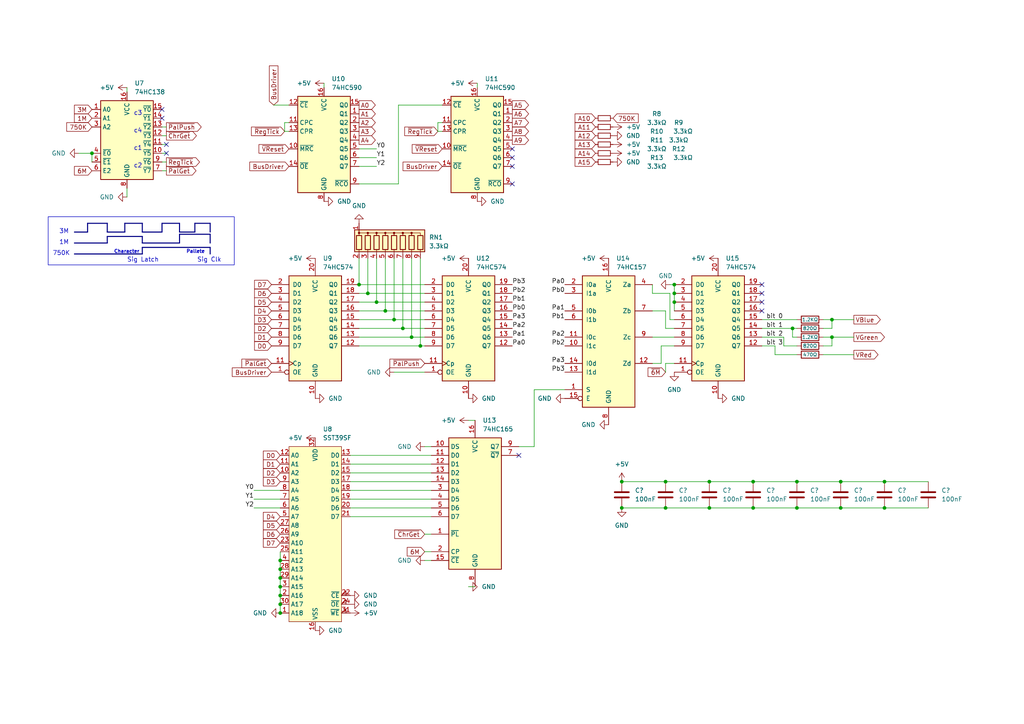
<source format=kicad_sch>
(kicad_sch (version 20231120) (generator "eeschema") (generator_version "8.0")
  (paper "A4")
  (title_block (title "Video"))
  (lib_symbols
    (symbol "74xx:74HC138"
      (property "Reference" "U" (at -7.62 13.97 0))
      (property "Value" "74HC138" (at 2.54 -11.43 0))
      (symbol "74HC138_0_1"
        (rectangle (start -7.62 12.7) (end 7.62 -10.16) (stroke (width 0.254)) (fill (type background)))
      )
      (symbol "74HC138_1_1"
        (pin input line (at -10.16 10.16 0) (length 2.54) (name "A0") (number "1"))
        (pin output line (at 10.16 -2.54 180) (length 2.54) (name "~{Y5}") (number "10"))
        (pin output line (at 10.16 0 180) (length 2.54) (name "~{Y4}") (number "11"))
        (pin output line (at 10.16 2.54 180) (length 2.54) (name "~{Y3}") (number "12"))
        (pin output line (at 10.16 5.08 180) (length 2.54) (name "~{Y2}") (number "13"))
        (pin output line (at 10.16 7.62 180) (length 2.54) (name "~{Y1}") (number "14"))
        (pin output line (at 10.16 10.16 180) (length 2.54) (name "~{Y0}") (number "15"))
        (pin power_in line (at 0 15.24 270) (length 2.54) (name "VCC") (number "16"))
        (pin input line (at -10.16 7.62 0) (length 2.54) (name "A1") (number "2"))
        (pin input line (at -10.16 5.08 0) (length 2.54) (name "A2") (number "3"))
        (pin input line (at -10.16 -2.54 0) (length 2.54) (name "~{E0}") (number "4"))
        (pin input line (at -10.16 -5.08 0) (length 2.54) (name "~{E1}") (number "5"))
        (pin input line (at -10.16 -7.62 0) (length 2.54) (name "E2") (number "6"))
        (pin output line (at 10.16 -7.62 180) (length 2.54) (name "~{Y7}") (number "7"))
        (pin power_in line (at 0 -12.7 90) (length 2.54) (name "GND") (number "8"))
        (pin output line (at 10.16 -5.08 180) (length 2.54) (name "~{Y6}") (number "9"))
      )
    )
    (symbol "74xx:74HC165"
      (property "Reference" "U" (at -7.62 19.05 0))
      (property "Value" "74HC165" (at -7.62 -21.59 0))
      (symbol "74HC165_1_0"
        (pin input line (at -12.7 -10.16 0) (length 5.08) (name "~{PL}") (number "1"))
        (pin input line (at -12.7 15.24 0) (length 5.08) (name "DS") (number "10"))
        (pin input line (at -12.7 12.7 0) (length 5.08) (name "D0") (number "11"))
        (pin input line (at -12.7 10.16 0) (length 5.08) (name "D1") (number "12"))
        (pin input line (at -12.7 7.62 0) (length 5.08) (name "D2") (number "13"))
        (pin input line (at -12.7 5.08 0) (length 5.08) (name "D3") (number "14"))
        (pin input line (at -12.7 -17.78 0) (length 5.08) (name "~{CE}") (number "15"))
        (pin power_in line (at 0 22.86 270) (length 5.08) (name "VCC") (number "16"))
        (pin input line (at -12.7 -15.24 0) (length 5.08) (name "CP") (number "2"))
        (pin input line (at -12.7 2.54 0) (length 5.08) (name "D4") (number "3"))
        (pin input line (at -12.7 0 0) (length 5.08) (name "D5") (number "4"))
        (pin input line (at -12.7 -2.54 0) (length 5.08) (name "D6") (number "5"))
        (pin input line (at -12.7 -5.08 0) (length 5.08) (name "D7") (number "6"))
        (pin output line (at 12.7 12.7 180) (length 5.08) (name "~{Q7}") (number "7"))
        (pin power_in line (at 0 -25.4 90) (length 5.08) (name "GND") (number "8"))
        (pin output line (at 12.7 15.24 180) (length 5.08) (name "Q7") (number "9"))
      )
      (symbol "74HC165_1_1"
        (rectangle (start -7.62 17.78) (end 7.62 -20.32) (stroke (width 0.254)) (fill (type background)))
      )
    )
    (symbol "74xx:74HC590A"
      (property "Reference" "U" (at -7.62 16.51 0))
      (property "Value" "74HC590A" (at -7.62 -13.97 0))
      (symbol "74HC590A_1_0"
        (pin tri_state line (at 10.16 10.16 180) (length 2.54) (name "Q1") (number "1"))
        (pin input line (at -10.16 0 0) (length 2.54) (name "~{MRC}") (number "10"))
        (pin input line (at -10.16 7.62 0) (length 2.54) (name "CPC") (number "11"))
        (pin input line (at -10.16 12.7 0) (length 2.54) (name "~{CE}") (number "12"))
        (pin input line (at -10.16 5.08 0) (length 2.54) (name "CPR") (number "13"))
        (pin input line (at -10.16 -5.08 0) (length 2.54) (name "~{OE}") (number "14"))
        (pin tri_state line (at 10.16 12.7 180) (length 2.54) (name "Q0") (number "15"))
        (pin power_in line (at 0 17.78 270) (length 2.54) (name "VCC") (number "16"))
        (pin tri_state line (at 10.16 7.62 180) (length 2.54) (name "Q2") (number "2"))
        (pin tri_state line (at 10.16 5.08 180) (length 2.54) (name "Q3") (number "3"))
        (pin tri_state line (at 10.16 2.54 180) (length 2.54) (name "Q4") (number "4"))
        (pin tri_state line (at 10.16 0 180) (length 2.54) (name "Q5") (number "5"))
        (pin tri_state line (at 10.16 -2.54 180) (length 2.54) (name "Q6") (number "6"))
        (pin tri_state line (at 10.16 -5.08 180) (length 2.54) (name "Q7") (number "7"))
        (pin power_in line (at 0 -15.24 90) (length 2.54) (name "GND") (number "8"))
        (pin output line (at 10.16 -10.16 180) (length 2.54) (name "~{RCO}") (number "9"))
      )
      (symbol "74HC590A_1_1"
        (rectangle (start -7.62 15.24) (end 7.62 -12.7) (stroke (width 0.254)) (fill (type background)))
      )
    )
    (symbol "74xx:74HCT574" (pin_names (offset 1.016))
      (property "Reference" "U" (at -7.62 16.51 0))
      (property "Value" "74HCT574" (at -7.62 -16.51 0))
      (symbol "74HCT574_1_0"
        (pin input inverted (at -12.7 -12.7 0) (length 5.08) (name "OE") (number "1"))
        (pin power_in line (at 0 -20.32 90) (length 5.08) (name "GND") (number "10"))
        (pin input clock (at -12.7 -10.16 0) (length 5.08) (name "Cp") (number "11"))
        (pin tri_state line (at 12.7 -5.08 180) (length 5.08) (name "Q7") (number "12"))
        (pin tri_state line (at 12.7 -2.54 180) (length 5.08) (name "Q6") (number "13"))
        (pin tri_state line (at 12.7 0 180) (length 5.08) (name "Q5") (number "14"))
        (pin tri_state line (at 12.7 2.54 180) (length 5.08) (name "Q4") (number "15"))
        (pin tri_state line (at 12.7 5.08 180) (length 5.08) (name "Q3") (number "16"))
        (pin tri_state line (at 12.7 7.62 180) (length 5.08) (name "Q2") (number "17"))
        (pin tri_state line (at 12.7 10.16 180) (length 5.08) (name "Q1") (number "18"))
        (pin tri_state line (at 12.7 12.7 180) (length 5.08) (name "Q0") (number "19"))
        (pin input line (at -12.7 12.7 0) (length 5.08) (name "D0") (number "2"))
        (pin power_in line (at 0 20.32 270) (length 5.08) (name "VCC") (number "20"))
        (pin input line (at -12.7 10.16 0) (length 5.08) (name "D1") (number "3"))
        (pin input line (at -12.7 7.62 0) (length 5.08) (name "D2") (number "4"))
        (pin input line (at -12.7 5.08 0) (length 5.08) (name "D3") (number "5"))
        (pin input line (at -12.7 2.54 0) (length 5.08) (name "D4") (number "6"))
        (pin input line (at -12.7 0 0) (length 5.08) (name "D5") (number "7"))
        (pin input line (at -12.7 -2.54 0) (length 5.08) (name "D6") (number "8"))
        (pin input line (at -12.7 -5.08 0) (length 5.08) (name "D7") (number "9"))
      )
      (symbol "74HCT574_1_1"
        (rectangle (start -7.62 15.24) (end 7.62 -15.24) (stroke (width 0.254)) (fill (type background)))
      )
    )
    (symbol "74xx:74LS157" (pin_names (offset 1.016))
      (property "Reference" "U" (at -7.62 19.05 0))
      (property "Value" "74LS157" (at -7.62 -21.59 0))
      (symbol "74LS157_1_0"
        (pin input line (at -12.7 -15.24 0) (length 5.08) (name "S") (number "1"))
        (pin input line (at -12.7 -2.54 0) (length 5.08) (name "I1c") (number "10"))
        (pin input line (at -12.7 0 0) (length 5.08) (name "I0c") (number "11"))
        (pin output line (at 12.7 -7.62 180) (length 5.08) (name "Zd") (number "12"))
        (pin input line (at -12.7 -10.16 0) (length 5.08) (name "I1d") (number "13"))
        (pin input line (at -12.7 -7.62 0) (length 5.08) (name "I0d") (number "14"))
        (pin input inverted (at -12.7 -17.78 0) (length 5.08) (name "E") (number "15"))
        (pin power_in line (at 0 22.86 270) (length 5.08) (name "VCC") (number "16"))
        (pin input line (at -12.7 15.24 0) (length 5.08) (name "I0a") (number "2"))
        (pin input line (at -12.7 12.7 0) (length 5.08) (name "I1a") (number "3"))
        (pin output line (at 12.7 15.24 180) (length 5.08) (name "Za") (number "4"))
        (pin input line (at -12.7 7.62 0) (length 5.08) (name "I0b") (number "5"))
        (pin input line (at -12.7 5.08 0) (length 5.08) (name "I1b") (number "6"))
        (pin output line (at 12.7 7.62 180) (length 5.08) (name "Zb") (number "7"))
        (pin power_in line (at 0 -25.4 90) (length 5.08) (name "GND") (number "8"))
        (pin output line (at 12.7 0 180) (length 5.08) (name "Zc") (number "9"))
      )
      (symbol "74LS157_1_1"
        (rectangle (start -7.62 17.78) (end 7.62 -20.32) (stroke (width 0.254)) (fill (type background)))
      )
    )
    (symbol "Device:C" (pin_numbers hide) (pin_names (offset 0.254))
      (property "Reference" "C" (at 0.635 2.54 0))
      (property "Value" "C" (at 0.635 -2.54 0))
      (symbol "C_0_1"
        (polyline (pts (xy -2.032 -0.762) (xy 2.032 -0.762)) (stroke (width 0.508)))
        (polyline (pts (xy -2.032 0.762) (xy 2.032 0.762)) (stroke (width 0.508)))
      )
      (symbol "C_1_1"
        (pin passive line (at 0 3.81 270) (length 2.794) (name "~") (number "1"))
        (pin passive line (at 0 -3.81 90) (length 2.794) (name "~") (number "2"))
      )
    )
    (symbol "Device:R" (pin_numbers hide) (pin_names (offset 0))
      (property "Reference" "R" (at 2.032 0 90))
      (property "Value" "R" (at 0 0 90))
      (symbol "R_0_1"
        (rectangle (start -1.016 -2.54) (end 1.016 2.54) (stroke (width 0.254)))
      )
      (symbol "R_1_1"
        (pin passive line (at 0 3.81 270) (length 1.27) (name "~") (number "1"))
        (pin passive line (at 0 -3.81 90) (length 1.27) (name "~") (number "2"))
      )
    )
    (symbol "Device:R_Network08" (pin_names (offset 0) hide)
      (property "Reference" "RN" (at -12.7 0 90))
      (property "Value" "R_Network08" (at 10.16 0 90))
      (symbol "R_Network08_0_1"
        (rectangle (start -11.43 -3.175) (end 8.89 3.175) (stroke (width 0.254)) (fill (type background)))
        (rectangle (start -10.922 1.524) (end -9.398 -2.54) (stroke (width 0.254)))
        (circle (center -10.16 2.286) (radius 0.254) (fill (type outline)))
        (rectangle (start -8.382 1.524) (end -6.858 -2.54) (stroke (width 0.254)))
        (circle (center -7.62 2.286) (radius 0.254) (fill (type outline)))
        (rectangle (start -5.842 1.524) (end -4.318 -2.54) (stroke (width 0.254)))
        (circle (center -5.08 2.286) (radius 0.254) (fill (type outline)))
        (rectangle (start -3.302 1.524) (end -1.778 -2.54) (stroke (width 0.254)))
        (circle (center -2.54 2.286) (radius 0.254) (fill (type outline)))
        (rectangle (start -0.762 1.524) (end 0.762 -2.54) (stroke (width 0.254)))
        (polyline (pts (xy -10.16 -2.54) (xy -10.16 -3.81)))
        (polyline (pts (xy -7.62 -2.54) (xy -7.62 -3.81)))
        (polyline (pts (xy -5.08 -2.54) (xy -5.08 -3.81)))
        (polyline (pts (xy -2.54 -2.54) (xy -2.54 -3.81)))
        (polyline (pts (xy 0 -2.54) (xy 0 -3.81)))
        (polyline (pts (xy 2.54 -2.54) (xy 2.54 -3.81)))
        (polyline (pts (xy 5.08 -2.54) (xy 5.08 -3.81)))
        (polyline (pts (xy 7.62 -2.54) (xy 7.62 -3.81)))
        (polyline (pts (xy -10.16 1.524) (xy -10.16 2.286) (xy -7.62 2.286) (xy -7.62 1.524)))
        (polyline (pts (xy -7.62 1.524) (xy -7.62 2.286) (xy -5.08 2.286) (xy -5.08 1.524)))
        (polyline (pts (xy -5.08 1.524) (xy -5.08 2.286) (xy -2.54 2.286) (xy -2.54 1.524)))
        (polyline (pts (xy -2.54 1.524) (xy -2.54 2.286) (xy 0 2.286) (xy 0 1.524)))
        (polyline (pts (xy 0 1.524) (xy 0 2.286) (xy 2.54 2.286) (xy 2.54 1.524)))
        (polyline (pts (xy 2.54 1.524) (xy 2.54 2.286) (xy 5.08 2.286) (xy 5.08 1.524)))
        (polyline (pts (xy 5.08 1.524) (xy 5.08 2.286) (xy 7.62 2.286) (xy 7.62 1.524)))
        (circle (center 0 2.286) (radius 0.254) (fill (type outline)))
        (rectangle (start 1.778 1.524) (end 3.302 -2.54) (stroke (width 0.254)))
        (circle (center 2.54 2.286) (radius 0.254) (fill (type outline)))
        (rectangle (start 4.318 1.524) (end 5.842 -2.54) (stroke (width 0.254)))
        (circle (center 5.08 2.286) (radius 0.254) (fill (type outline)))
        (rectangle (start 6.858 1.524) (end 8.382 -2.54) (stroke (width 0.254)))
      )
      (symbol "R_Network08_1_1"
        (pin passive line (at -10.16 5.08 270) (length 2.54) (name "common") (number "1"))
        (pin passive line (at -10.16 -5.08 90) (length 1.27) (name "R1") (number "2"))
        (pin passive line (at -7.62 -5.08 90) (length 1.27) (name "R2") (number "3"))
        (pin passive line (at -5.08 -5.08 90) (length 1.27) (name "R3") (number "4"))
        (pin passive line (at -2.54 -5.08 90) (length 1.27) (name "R4") (number "5"))
        (pin passive line (at 0 -5.08 90) (length 1.27) (name "R5") (number "6"))
        (pin passive line (at 2.54 -5.08 90) (length 1.27) (name "R6") (number "7"))
        (pin passive line (at 5.08 -5.08 90) (length 1.27) (name "R7") (number "8"))
        (pin passive line (at 7.62 -5.08 90) (length 1.27) (name "R8") (number "9"))
      )
    )
    (symbol "Device:R_Small" (pin_numbers hide) (pin_names (offset 0.254) hide)
      (property "Reference" "R" (at 0.762 0.508 0))
      (property "Value" "R_Small" (at 0.762 -1.016 0))
      (symbol "R_Small_0_1"
        (rectangle (start -0.762 1.778) (end 0.762 -1.778) (stroke (width 0.2032)))
      )
      (symbol "R_Small_1_1"
        (pin passive line (at 0 2.54 270) (length 0.762) (name "~") (number "1"))
        (pin passive line (at 0 -2.54 90) (length 0.762) (name "~") (number "2"))
      )
    )
    (symbol "Memory_Lib:SST39SF040"
      (property "Reference" "U" (at 11.43 54.61 0))
      (property "Value" "SST39SF040" (at 19.05 52.07 0))
      (symbol "SST39SF040_1_1"
        (rectangle (start 0 50.8) (end 15.24 0) (fill (type background)))
        (pin input line (at -2.54 2.54 0) (length 2.54) (name "A18") (number "1"))
        (pin input line (at -2.54 43.18 0) (length 2.54) (name "A2") (number "10"))
        (pin input line (at -2.54 45.72 0) (length 2.54) (name "A1") (number "11"))
        (pin input line (at -2.54 48.26 0) (length 2.54) (name "A0") (number "12"))
        (pin bidirectional line (at 17.78 48.26 180) (length 2.54) (name "D0") (number "13"))
        (pin bidirectional line (at 17.78 45.72 180) (length 2.54) (name "D1") (number "14"))
        (pin bidirectional line (at 17.78 43.18 180) (length 2.54) (name "D2") (number "15"))
        (pin power_in line (at 7.62 -2.54 90) (length 2.54) (name "VSS") (number "16"))
        (pin bidirectional line (at 17.78 40.64 180) (length 2.54) (name "D3") (number "17"))
        (pin bidirectional line (at 17.78 38.1 180) (length 2.54) (name "D4") (number "18"))
        (pin bidirectional line (at 17.78 35.56 180) (length 2.54) (name "D5") (number "19"))
        (pin input line (at -2.54 7.62 0) (length 2.54) (name "A16") (number "2"))
        (pin bidirectional line (at 17.78 33.02 180) (length 2.54) (name "D6") (number "20"))
        (pin bidirectional line (at 17.78 30.48 180) (length 2.54) (name "D7") (number "21"))
        (pin input input_low (at 17.78 7.62 180) (length 2.54) (name "~{CE}") (number "22"))
        (pin input line (at -2.54 22.86 0) (length 2.54) (name "A10") (number "23"))
        (pin input input_low (at 17.78 5.08 180) (length 2.54) (name "~{OE}") (number "24"))
        (pin input line (at -2.54 20.32 0) (length 2.54) (name "A11") (number "25"))
        (pin input line (at -2.54 25.4 0) (length 2.54) (name "A9") (number "26"))
        (pin input line (at -2.54 27.94 0) (length 2.54) (name "A8") (number "27"))
        (pin input line (at -2.54 15.24 0) (length 2.54) (name "A13") (number "28"))
        (pin input line (at -2.54 12.7 0) (length 2.54) (name "A14") (number "29"))
        (pin input line (at -2.54 10.16 0) (length 2.54) (name "A15") (number "3"))
        (pin input line (at -2.54 5.08 0) (length 2.54) (name "A17") (number "30"))
        (pin input input_low (at 17.78 2.54 180) (length 2.54) (name "~{WE}") (number "31"))
        (pin power_in line (at 7.62 53.34 270) (length 2.54) (name "VDD") (number "32"))
        (pin input line (at -2.54 17.78 0) (length 2.54) (name "A12") (number "4"))
        (pin input line (at -2.54 30.48 0) (length 2.54) (name "A7") (number "5"))
        (pin input line (at -2.54 33.02 0) (length 2.54) (name "A6") (number "6"))
        (pin input line (at -2.54 35.56 0) (length 2.54) (name "A5") (number "7"))
        (pin input line (at -2.54 38.1 0) (length 2.54) (name "A4") (number "8"))
        (pin input line (at -2.54 40.64 0) (length 2.54) (name "A3") (number "9"))
      )
    )
    (symbol "power:+5V" (power) (pin_names (offset 0))
      (property "Value" "+5V" (at 0 3.556 0))
      (symbol "+5V_0_1"
        (polyline (pts (xy -0.762 1.27) (xy 0 2.54)))
        (polyline (pts (xy 0 0) (xy 0 2.54)))
        (polyline (pts (xy 0 2.54) (xy 0.762 1.27)))
      )
      (symbol "+5V_1_1"
        (pin power_in line (at 0 0 90) (length 0) hide (name "+5V") (number "1"))
      )
    )
    (symbol "power:GND" (power) (pin_names (offset 0))
      (property "Value" "GND" (at 0 -3.81 0))
      (symbol "GND_0_1"
        (polyline (pts (xy 0 0) (xy 0 -1.27) (xy 1.27 -1.27) (xy 0 -2.54) (xy -1.27 -1.27) (xy 0 -1.27)))
      )
      (symbol "GND_1_1"
        (pin power_in line (at 0 0 270) (length 0) hide (name "GND") (number "1"))
      )
    )
  )
  (junction (at 81.28 177.8))
  (junction (at 195.58 82.55))
  (junction (at 243.84 147.32))
  (junction (at 104.14 82.55))
  (junction (at 81.28 170.18))
  (junction (at 81.28 165.1))
  (junction (at 241.3 92.71))
  (junction (at 81.28 162.56))
  (junction (at 256.54 147.32))
  (junction (at 205.74 147.32))
  (junction (at 231.14 139.7))
  (junction (at 205.74 139.7))
  (junction (at 81.28 175.26))
  (junction (at 218.44 139.7))
  (junction (at 114.3 92.71))
  (junction (at 256.54 139.7))
  (junction (at 81.28 167.64))
  (junction (at 121.92 100.33))
  (junction (at 111.76 90.17))
  (junction (at 241.3 97.79))
  (junction (at 81.28 172.72))
  (junction (at 180.34 139.7))
  (junction (at 218.44 147.32))
  (junction (at 116.84 95.25))
  (junction (at 180.34 147.32))
  (junction (at 231.14 147.32))
  (junction (at 195.58 87.63))
  (junction (at 193.04 147.32))
  (junction (at 195.58 85.09))
  (junction (at 109.22 87.63))
  (junction (at 119.38 97.79))
  (junction (at 26.67 44.45))
  (junction (at 243.84 139.7))
  (junction (at 106.68 85.09))
  (junction (at 193.04 139.7))
  (junction (at 229.87 95.25))
  (no_connect (at 220.98 90.17))
  (no_connect (at 220.98 85.09))
  (no_connect (at 48.26 41.91))
  (no_connect (at 220.98 87.63))
  (no_connect (at 220.98 82.55))
  (no_connect (at 148.59 53.34))
  (no_connect (at 148.59 43.18))
  (no_connect (at 148.59 45.72))
  (no_connect (at 46.99 31.75))
  (no_connect (at 150.495 132.08))
  (no_connect (at 46.99 34.29))
  (no_connect (at 48.26 44.45))
  (no_connect (at 148.59 48.26))
  (wire (pts (xy 194.31 85.09) (xy 194.31 92.71)))
  (wire (pts (xy 195.58 82.55) (xy 195.58 85.09)))
  (wire (pts (xy 193.04 107.95) (xy 193.04 105.41)))
  (wire (pts (xy 81.28 160.02) (xy 81.28 162.56)))
  (wire (pts (xy 138.43 24.13) (xy 138.43 25.4)))
  (wire (pts (xy 218.44 147.32) (xy 231.14 147.32)))
  (wire (pts (xy 104.14 53.34) (xy 115.57 53.34)))
  (wire (pts (xy 231.14 97.79) (xy 229.87 97.79)))
  (bus (pts (xy 36.195 64.77) (xy 41.275 64.77)))
  (wire (pts (xy 243.84 147.32) (xy 256.54 147.32)))
  (wire (pts (xy 106.68 85.09) (xy 104.14 85.09)))
  (bus (pts (xy 60.96 71.755) (xy 60.96 73.66)))
  (wire (pts (xy 111.76 74.93) (xy 111.76 90.17)))
  (wire (pts (xy 238.76 95.25) (xy 241.3 95.25)))
  (wire (pts (xy 189.23 105.41) (xy 191.77 105.41)))
  (wire (pts (xy 111.76 90.17) (xy 104.14 90.17)))
  (wire (pts (xy 180.34 147.32) (xy 193.04 147.32)))
  (wire (pts (xy 125.095 154.94) (xy 123.19 154.94)))
  (wire (pts (xy 81.28 172.72) (xy 81.28 175.26)))
  (wire (pts (xy 48.26 36.83) (xy 46.99 36.83)))
  (wire (pts (xy 189.23 85.09) (xy 194.31 85.09)))
  (wire (pts (xy 121.92 100.33) (xy 104.14 100.33)))
  (wire (pts (xy 189.23 82.55) (xy 189.23 85.09)))
  (wire (pts (xy 218.44 139.7) (xy 231.14 139.7)))
  (wire (pts (xy 123.19 107.95) (xy 114.3 107.95)))
  (wire (pts (xy 238.76 92.71) (xy 241.3 92.71)))
  (wire (pts (xy 193.04 139.7) (xy 205.74 139.7)))
  (wire (pts (xy 101.6 149.86) (xy 125.095 149.86)))
  (wire (pts (xy 241.3 97.79) (xy 247.65 97.79)))
  (wire (pts (xy 195.58 87.63) (xy 195.58 90.17)))
  (bus (pts (xy 41.275 64.77) (xy 41.275 67.31)))
  (wire (pts (xy 123.19 90.17) (xy 111.76 90.17)))
  (wire (pts (xy 101.6 144.78) (xy 125.095 144.78)))
  (bus (pts (xy 41.275 67.31) (xy 46.99 67.31)))
  (bus (pts (xy 31.115 70.485) (xy 31.115 68.58)))
  (wire (pts (xy 81.28 162.56) (xy 81.28 165.1)))
  (bus (pts (xy 46.99 67.31) (xy 46.99 64.77)))
  (bus (pts (xy 56.515 67.31) (xy 56.515 64.77)))
  (wire (pts (xy 227.33 100.33) (xy 231.14 100.33)))
  (bus (pts (xy 25.4 64.77) (xy 31.115 64.77)))
  (bus (pts (xy 46.99 64.77) (xy 52.07 64.77)))
  (wire (pts (xy 81.28 167.64) (xy 81.28 170.18)))
  (wire (pts (xy 154.94 129.54) (xy 154.94 113.03)))
  (wire (pts (xy 81.28 165.1) (xy 81.28 167.64)))
  (wire (pts (xy 101.6 132.08) (xy 125.095 132.08)))
  (wire (pts (xy 191.77 100.33) (xy 195.58 100.33)))
  (wire (pts (xy 22.86 44.45) (xy 26.67 44.45)))
  (wire (pts (xy 195.58 95.25) (xy 193.04 95.25)))
  (bus (pts (xy 41.275 71.755) (xy 60.96 71.755)))
  (wire (pts (xy 123.19 82.55) (xy 104.14 82.55)))
  (wire (pts (xy 125.095 162.56) (xy 123.19 162.56)))
  (wire (pts (xy 116.84 74.93) (xy 116.84 95.25)))
  (wire (pts (xy 220.98 92.71) (xy 231.14 92.71)))
  (wire (pts (xy 189.23 90.17) (xy 193.04 90.17)))
  (wire (pts (xy 79.375 30.48) (xy 83.82 30.48)))
  (wire (pts (xy 127 38.1) (xy 128.27 38.1)))
  (wire (pts (xy 154.94 113.03) (xy 163.83 113.03)))
  (bus (pts (xy 31.115 64.77) (xy 31.115 67.31)))
  (bus (pts (xy 52.07 67.31) (xy 56.515 67.31)))
  (wire (pts (xy 101.6 139.7) (xy 125.095 139.7)))
  (wire (pts (xy 73.66 147.32) (xy 81.28 147.32)))
  (wire (pts (xy 227.33 97.79) (xy 227.33 100.33)))
  (wire (pts (xy 109.22 43.18) (xy 104.14 43.18)))
  (wire (pts (xy 123.19 100.33) (xy 121.92 100.33)))
  (wire (pts (xy 81.28 175.26) (xy 81.28 177.8)))
  (wire (pts (xy 114.3 92.71) (xy 104.14 92.71)))
  (wire (pts (xy 180.34 139.7) (xy 193.04 139.7)))
  (wire (pts (xy 231.14 147.32) (xy 243.84 147.32)))
  (wire (pts (xy 125.095 129.54) (xy 123.19 129.54)))
  (bus (pts (xy 21.59 73.66) (xy 41.275 73.66)))
  (wire (pts (xy 104.14 74.93) (xy 104.14 82.55)))
  (wire (pts (xy 220.98 97.79) (xy 227.33 97.79)))
  (wire (pts (xy 123.19 97.79) (xy 119.38 97.79)))
  (wire (pts (xy 106.68 74.93) (xy 106.68 85.09)))
  (wire (pts (xy 137.795 121.92) (xy 135.89 121.92)))
  (wire (pts (xy 241.3 92.71) (xy 241.3 95.25)))
  (wire (pts (xy 191.77 105.41) (xy 191.77 100.33)))
  (wire (pts (xy 73.66 142.24) (xy 81.28 142.24)))
  (wire (pts (xy 229.87 95.25) (xy 231.14 95.25)))
  (bus (pts (xy 41.275 73.66) (xy 41.275 71.755)))
  (wire (pts (xy 241.3 92.71) (xy 247.65 92.71)))
  (wire (pts (xy 48.26 46.99) (xy 46.99 46.99)))
  (wire (pts (xy 127 35.56) (xy 128.27 35.56)))
  (wire (pts (xy 123.19 92.71) (xy 114.3 92.71)))
  (wire (pts (xy 116.84 95.25) (xy 104.14 95.25)))
  (wire (pts (xy 36.83 25.4) (xy 36.83 26.67)))
  (wire (pts (xy 194.31 82.55) (xy 195.58 82.55)))
  (bus (pts (xy 25.4 67.31) (xy 25.4 64.77)))
  (wire (pts (xy 48.26 44.45) (xy 46.99 44.45)))
  (wire (pts (xy 224.79 100.33) (xy 224.79 102.87)))
  (wire (pts (xy 224.79 102.87) (xy 231.14 102.87)))
  (wire (pts (xy 256.54 139.7) (xy 269.24 139.7)))
  (wire (pts (xy 150.495 129.54) (xy 154.94 129.54)))
  (bus (pts (xy 21.59 70.485) (xy 31.115 70.485)))
  (wire (pts (xy 193.04 95.25) (xy 193.04 90.17)))
  (wire (pts (xy 127 35.56) (xy 127 38.1)))
  (wire (pts (xy 123.19 85.09) (xy 106.68 85.09)))
  (bus (pts (xy 31.115 67.31) (xy 36.195 67.31)))
  (wire (pts (xy 121.92 74.93) (xy 121.92 100.33)))
  (wire (pts (xy 194.31 92.71) (xy 195.58 92.71)))
  (wire (pts (xy 36.83 57.15) (xy 36.83 54.61)))
  (wire (pts (xy 238.76 97.79) (xy 241.3 97.79)))
  (wire (pts (xy 48.26 39.37) (xy 46.99 39.37)))
  (wire (pts (xy 229.87 95.25) (xy 229.87 97.79)))
  (wire (pts (xy 125.095 160.02) (xy 123.19 160.02)))
  (wire (pts (xy 82.55 35.56) (xy 82.55 38.1)))
  (wire (pts (xy 82.55 38.1) (xy 83.82 38.1)))
  (bus (pts (xy 41.275 68.58) (xy 41.275 70.485)))
  (wire (pts (xy 119.38 97.79) (xy 104.14 97.79)))
  (wire (pts (xy 115.57 30.48) (xy 128.27 30.48)))
  (wire (pts (xy 48.26 49.53) (xy 46.99 49.53)))
  (bus (pts (xy 60.96 64.77) (xy 60.96 67.31)))
  (wire (pts (xy 101.6 142.24) (xy 125.095 142.24)))
  (bus (pts (xy 52.07 64.77) (xy 52.07 67.31)))
  (wire (pts (xy 114.3 74.93) (xy 114.3 92.71)))
  (bus (pts (xy 52.07 70.485) (xy 52.07 67.945)))
  (bus (pts (xy 21.59 67.31) (xy 25.4 67.31)))
  (wire (pts (xy 109.22 74.93) (xy 109.22 87.63)))
  (wire (pts (xy 26.67 44.45) (xy 26.67 46.99)))
  (bus (pts (xy 56.515 64.77) (xy 60.96 64.77)))
  (wire (pts (xy 195.58 85.09) (xy 195.58 87.63)))
  (bus (pts (xy 60.96 67.945) (xy 60.96 70.485)))
  (wire (pts (xy 101.6 134.62) (xy 125.095 134.62)))
  (wire (pts (xy 238.76 102.87) (xy 247.65 102.87)))
  (wire (pts (xy 238.76 100.33) (xy 241.3 100.33)))
  (wire (pts (xy 101.6 147.32) (xy 125.095 147.32)))
  (wire (pts (xy 48.26 41.91) (xy 46.99 41.91)))
  (wire (pts (xy 119.38 74.93) (xy 119.38 97.79)))
  (wire (pts (xy 82.55 35.56) (xy 83.82 35.56)))
  (wire (pts (xy 101.6 137.16) (xy 125.095 137.16)))
  (wire (pts (xy 220.98 95.25) (xy 229.87 95.25)))
  (wire (pts (xy 81.28 170.18) (xy 81.28 172.72)))
  (bus (pts (xy 41.275 70.485) (xy 52.07 70.485)))
  (wire (pts (xy 205.74 139.7) (xy 218.44 139.7)))
  (wire (pts (xy 109.22 45.72) (xy 104.14 45.72)))
  (wire (pts (xy 231.14 139.7) (xy 243.84 139.7)))
  (bus (pts (xy 31.115 68.58) (xy 41.275 68.58)))
  (wire (pts (xy 205.74 147.32) (xy 218.44 147.32)))
  (wire (pts (xy 137.795 170.18) (xy 135.89 170.18)))
  (wire (pts (xy 193.04 147.32) (xy 205.74 147.32)))
  (wire (pts (xy 189.23 97.79) (xy 195.58 97.79)))
  (wire (pts (xy 109.22 87.63) (xy 104.14 87.63)))
  (wire (pts (xy 123.19 95.25) (xy 116.84 95.25)))
  (wire (pts (xy 256.54 147.32) (xy 269.24 147.32)))
  (wire (pts (xy 73.66 144.78) (xy 81.28 144.78)))
  (wire (pts (xy 115.57 53.34) (xy 115.57 30.48)))
  (wire (pts (xy 193.04 105.41) (xy 195.58 105.41)))
  (wire (pts (xy 93.98 24.13) (xy 93.98 25.4)))
  (wire (pts (xy 241.3 100.33) (xy 241.3 97.79)))
  (bus (pts (xy 36.195 67.31) (xy 36.195 64.77)))
  (wire (pts (xy 220.98 100.33) (xy 224.79 100.33)))
  (wire (pts (xy 243.84 139.7) (xy 256.54 139.7)))
  (wire (pts (xy 109.22 48.26) (xy 104.14 48.26)))
  (bus (pts (xy 52.07 67.945) (xy 60.96 67.945)))
  (wire (pts (xy 123.19 87.63) (xy 109.22 87.63)))
  (rectangle (start 13.97 62.865) (end 67.945 76.835))
  (text "c1" (at 41.275 43.815 0) (effects (font (size 1.27 1.27)) (justify right bottom)))
  (text "3M" (at 17.145 67.945 0) (effects (font (size 1.27 1.27)) (justify left bottom)))
  (text "c3" (at 41.275 33.655 0) (effects (font (size 1.27 1.27)) (justify right bottom)))
  (text "Pallete" (at 53.975 73.66 0) (effects (font (size 1 1) (thickness 0.2) (bold yes)) (justify left bottom)))
  (text "750K" (at 15.24 74.295 0) (effects (font (size 1.27 1.27)) (justify left bottom)))
  (text "Sig Clk" (at 57.15 76.2 0) (effects (font (size 1.27 1.27)) (justify left bottom)))
  (text "1M" (at 17.145 71.12 0) (effects (font (size 1.27 1.27)) (justify left bottom)))
  (text "Character" (at 33.02 73.66 0) (effects (font (size 1 1) (thickness 0.2) (bold yes)) (justify left bottom)))
  (text "Sig Latch" (at 36.83 76.2 0) (effects (font (size 1.27 1.27)) (justify left bottom)))
  (text "c2" (at 41.275 48.895 0) (effects (font (size 1.27 1.27)) (justify right bottom)))
  (text "c4" (at 41.275 38.735 0) (effects (font (size 1.27 1.27)) (justify right bottom)))
  (label "Pa1" (at 148.59 97.79 0))
  (label "Y0" (at 73.66 142.24 180))
  (label "Pa2" (at 148.59 95.25 0))
  (label "bit 0" (at 222.25 92.71 0))
  (label "Pb0" (at 148.59 90.17 0))
  (label "Pb2" (at 148.59 85.09 0))
  (label "Pa3" (at 163.83 105.41 180))
  (label "Pb3" (at 163.83 107.95 180))
  (label "bit 2" (at 222.25 97.79 0))
  (label "Y1" (at 109.22 45.72 0))
  (label "bit 1" (at 222.25 95.25 0))
  (label "Pa2" (at 163.83 97.79 180))
  (label "Y0" (at 109.22 43.18 0))
  (label "Pa0" (at 148.59 100.33 0))
  (label "Pb0" (at 163.83 85.09 180))
  (label "Pb1" (at 148.59 87.63 0))
  (label "Y1" (at 73.66 144.78 180))
  (label "Y2" (at 73.66 147.32 180))
  (label "Pb1" (at 163.83 92.71 180))
  (label "Pa0" (at 163.83 82.55 180))
  (label "Pa3" (at 148.59 92.71 0))
  (label "Pb3" (at 148.59 82.55 0))
  (label "Pb2" (at 163.83 100.33 180))
  (label "Pa1" (at 163.83 90.17 180))
  (label "Y2" (at 109.22 48.26 0))
  (label "bit 3" (at 222.25 100.33 0))
  (global_label "A10" (shape input) (at 172.72 34.29 180) (property "Intersheetrefs" "${INTERSHEET_REFS}" (effects (hide yes))))
  (global_label "BusDriver" (shape input) (at 79.375 30.48 90) (property "Intersheetrefs" "${INTERSHEET_REFS}" (effects (hide yes))))
  (global_label "~{PalGet}" (shape output) (at 48.26 49.53 0) (property "Intersheetrefs" "${INTERSHEET_REFS}" (effects (hide yes))))
  (global_label "D4" (shape input) (at 78.74 90.17 180) (property "Intersheetrefs" "${INTERSHEET_REFS}" (effects (hide yes))))
  (global_label "A4" (shape output) (at 104.14 40.64 0) (property "Intersheetrefs" "${INTERSHEET_REFS}" (effects (hide yes))))
  (global_label "A14" (shape input) (at 172.72 44.45 180) (property "Intersheetrefs" "${INTERSHEET_REFS}" (effects (hide yes))))
  (global_label "A0" (shape output) (at 104.14 30.48 0) (property "Intersheetrefs" "${INTERSHEET_REFS}" (effects (hide yes))))
  (global_label "6M" (shape input) (at 26.67 49.53 180) (property "Intersheetrefs" "${INTERSHEET_REFS}" (effects (hide yes))))
  (global_label "VGreen" (shape output) (at 247.65 97.79 0) (property "Intersheetrefs" "${INTERSHEET_REFS}" (effects (hide yes))))
  (global_label "~{RegTick}" (shape input) (at 82.55 38.1 180) (property "Intersheetrefs" "${INTERSHEET_REFS}" (effects (hide yes))))
  (global_label "~{PalPush}" (shape input) (at 123.19 105.41 180) (property "Intersheetrefs" "${INTERSHEET_REFS}" (effects (hide yes))))
  (global_label "~{PalPush}" (shape output) (at 48.26 36.83 0) (property "Intersheetrefs" "${INTERSHEET_REFS}" (effects (hide yes))))
  (global_label "~{RegTick}" (shape output) (at 48.26 46.99 0) (property "Intersheetrefs" "${INTERSHEET_REFS}" (effects (hide yes))))
  (global_label "VRed" (shape output) (at 247.65 102.87 0) (property "Intersheetrefs" "${INTERSHEET_REFS}" (effects (hide yes))))
  (global_label "BusDriver" (shape input) (at 128.27 48.26 180) (property "Intersheetrefs" "${INTERSHEET_REFS}" (effects (hide yes))))
  (global_label "D3" (shape input) (at 78.74 92.71 180) (property "Intersheetrefs" "${INTERSHEET_REFS}" (effects (hide yes))))
  (global_label "D2" (shape input) (at 81.28 137.16 180) (property "Intersheetrefs" "${INTERSHEET_REFS}" (effects (hide yes))))
  (global_label "A11" (shape input) (at 172.72 36.83 180) (property "Intersheetrefs" "${INTERSHEET_REFS}" (effects (hide yes))))
  (global_label "~{VReset}" (shape input) (at 83.82 43.18 180) (property "Intersheetrefs" "${INTERSHEET_REFS}" (effects (hide yes))))
  (global_label "~{RegTick}" (shape input) (at 127 38.1 180) (property "Intersheetrefs" "${INTERSHEET_REFS}" (effects (hide yes))))
  (global_label "D4" (shape input) (at 81.28 149.86 180) (property "Intersheetrefs" "${INTERSHEET_REFS}" (effects (hide yes))))
  (global_label "~{ChrGet}" (shape input) (at 123.19 154.94 180) (property "Intersheetrefs" "${INTERSHEET_REFS}" (effects (hide yes))))
  (global_label "A9" (shape output) (at 148.59 40.64 0) (property "Intersheetrefs" "${INTERSHEET_REFS}" (effects (hide yes))))
  (global_label "BusDriver" (shape input) (at 78.74 107.95 180) (property "Intersheetrefs" "${INTERSHEET_REFS}" (effects (hide yes))))
  (global_label "D0" (shape input) (at 78.74 100.33 180) (property "Intersheetrefs" "${INTERSHEET_REFS}" (effects (hide yes))))
  (global_label "~{ChrGet}" (shape output) (at 48.26 39.37 0) (property "Intersheetrefs" "${INTERSHEET_REFS}" (effects (hide yes))))
  (global_label "D5" (shape input) (at 81.28 152.4 180) (property "Intersheetrefs" "${INTERSHEET_REFS}" (effects (hide yes))))
  (global_label "1M" (shape input) (at 26.67 34.29 180) (property "Intersheetrefs" "${INTERSHEET_REFS}" (effects (hide yes))))
  (global_label "A1" (shape output) (at 104.14 33.02 0) (property "Intersheetrefs" "${INTERSHEET_REFS}" (effects (hide yes))))
  (global_label "D5" (shape input) (at 78.74 87.63 180) (property "Intersheetrefs" "${INTERSHEET_REFS}" (effects (hide yes))))
  (global_label "D1" (shape input) (at 81.28 134.62 180) (property "Intersheetrefs" "${INTERSHEET_REFS}" (effects (hide yes))))
  (global_label "A2" (shape output) (at 104.14 35.56 0) (property "Intersheetrefs" "${INTERSHEET_REFS}" (effects (hide yes))))
  (global_label "D3" (shape input) (at 81.28 139.7 180) (property "Intersheetrefs" "${INTERSHEET_REFS}" (effects (hide yes))))
  (global_label "A5" (shape output) (at 148.59 30.48 0) (property "Intersheetrefs" "${INTERSHEET_REFS}" (effects (hide yes))))
  (global_label "D2" (shape input) (at 78.74 95.25 180) (property "Intersheetrefs" "${INTERSHEET_REFS}" (effects (hide yes))))
  (global_label "D6" (shape input) (at 78.74 85.09 180) (property "Intersheetrefs" "${INTERSHEET_REFS}" (effects (hide yes))))
  (global_label "~{VReset}" (shape input) (at 128.27 43.18 180) (property "Intersheetrefs" "${INTERSHEET_REFS}" (effects (hide yes))))
  (global_label "VBlue" (shape output) (at 247.65 92.71 0) (property "Intersheetrefs" "${INTERSHEET_REFS}" (effects (hide yes))))
  (global_label "A6" (shape output) (at 148.59 33.02 0) (property "Intersheetrefs" "${INTERSHEET_REFS}" (effects (hide yes))))
  (global_label "750K" (shape input) (at 26.67 36.83 180) (property "Intersheetrefs" "${INTERSHEET_REFS}" (effects (hide yes))))
  (global_label "750K" (shape input) (at 177.8 34.29 0) (property "Intersheetrefs" "${INTERSHEET_REFS}" (effects (hide yes))))
  (global_label "D7" (shape input) (at 78.74 82.55 180) (property "Intersheetrefs" "${INTERSHEET_REFS}" (effects (hide yes))))
  (global_label "BusDriver" (shape input) (at 83.82 48.26 180) (property "Intersheetrefs" "${INTERSHEET_REFS}" (effects (hide yes))))
  (global_label "~{6M}" (shape input) (at 193.04 107.95 180) (property "Intersheetrefs" "${INTERSHEET_REFS}" (effects (hide yes))))
  (global_label "A12" (shape input) (at 172.72 39.37 180) (property "Intersheetrefs" "${INTERSHEET_REFS}" (effects (hide yes))))
  (global_label "A8" (shape output) (at 148.59 38.1 0) (property "Intersheetrefs" "${INTERSHEET_REFS}" (effects (hide yes))))
  (global_label "6M" (shape input) (at 123.19 160.02 180) (property "Intersheetrefs" "${INTERSHEET_REFS}" (effects (hide yes))))
  (global_label "~{PalGet}" (shape input) (at 78.74 105.41 180) (property "Intersheetrefs" "${INTERSHEET_REFS}" (effects (hide yes))))
  (global_label "D7" (shape input) (at 81.28 157.48 180) (property "Intersheetrefs" "${INTERSHEET_REFS}" (effects (hide yes))))
  (global_label "A13" (shape input) (at 172.72 41.91 180) (property "Intersheetrefs" "${INTERSHEET_REFS}" (effects (hide yes))))
  (global_label "A15" (shape input) (at 172.72 46.99 180) (property "Intersheetrefs" "${INTERSHEET_REFS}" (effects (hide yes))))
  (global_label "A7" (shape output) (at 148.59 35.56 0) (property "Intersheetrefs" "${INTERSHEET_REFS}" (effects (hide yes))))
  (global_label "3M" (shape input) (at 26.67 31.75 180) (property "Intersheetrefs" "${INTERSHEET_REFS}" (effects (hide yes))))
  (global_label "D0" (shape input) (at 81.28 132.08 180) (property "Intersheetrefs" "${INTERSHEET_REFS}" (effects (hide yes))))
  (global_label "D1" (shape input) (at 78.74 97.79 180) (property "Intersheetrefs" "${INTERSHEET_REFS}" (effects (hide yes))))
  (global_label "A3" (shape output) (at 104.14 38.1 0) (property "Intersheetrefs" "${INTERSHEET_REFS}" (effects (hide yes))))
  (global_label "D6" (shape input) (at 81.28 154.94 180) (property "Intersheetrefs" "${INTERSHEET_REFS}" (effects (hide yes))))
  (symbol (lib_id "power:GND") (at 208.28 115.57 90) (unit 1)
    (property "Reference" "#PWR015" (effects (hide yes)))
    (property "Value" "GND" (at 212.09 115.57 90) (effects (justify right)))
  )
  (symbol (lib_id "74xx:74HC165") (at 137.795 144.78 0) (unit 1)
    (property "Reference" "U13" (at 139.9891 121.92 0) (effects (justify left)))
    (property "Value" "74HC165" (at 139.9891 124.46 0) (effects (justify left)))
    (property "Footprint" "PCM_Package_DIP_AKL:DIP-16_W7.62mm_Socket_LongPads" (effects (hide yes)))
    (property "Datasheet" "https://assets.nexperia.com/documents/data-sheet/74HC_HCT165.pdf" (effects (hide yes)))
  )
  (symbol (lib_id "power:GND") (at 22.86 44.45 270) (unit 1)
    (property "Reference" "#PWR015" (effects (hide yes)))
    (property "Value" "GND" (at 19.05 44.45 90) (effects (justify right)))
  )
  (symbol (lib_id "74xx:74HCT574") (at 135.89 95.25 0) (unit 1)
    (property "Reference" "U12" (at 138.0841 74.93 0) (effects (justify left)))
    (property "Value" "74HC574" (at 138.0841 77.47 0) (effects (justify left)))
    (property "Footprint" "PCM_Package_DIP_AKL:DIP-20_W7.62mm_Socket_LongPads" (effects (hide yes)))
    (property "Datasheet" "http://www.ti.com/lit/gpn/sn74HCT574" (effects (hide yes)))
  )
  (symbol (lib_id "power:GND") (at 135.89 115.57 90) (unit 1)
    (property "Reference" "#PWR015" (effects (hide yes)))
    (property "Value" "GND" (at 139.7 115.57 90) (effects (justify right)))
  )
  (symbol (lib_id "Device:R_Small") (at 175.26 36.83 90) (unit 1)
    (property "Reference" "R9" (at 196.85 35.56 90))
    (property "Value" "3.3kΩ" (at 198.12 38.1 90))
    (property "Footprint" "Resistor_THT:R_Axial_DIN0204_L3.6mm_D1.6mm_P7.62mm_Horizontal" (effects (hide yes)))
  )
  (symbol (lib_id "74xx:74HCT574") (at 208.28 95.25 0) (unit 1)
    (property "Reference" "U15" (at 210.4741 74.93 0) (effects (justify left)))
    (property "Value" "74HC574" (at 210.4741 77.47 0) (effects (justify left)))
    (property "Footprint" "PCM_Package_DIP_AKL:DIP-20_W7.62mm_Socket_LongPads" (effects (hide yes)))
    (property "Datasheet" "http://www.ti.com/lit/gpn/sn74HCT574" (effects (hide yes)))
  )
  (symbol (lib_id "power:GND") (at 36.83 57.15 270) (unit 1)
    (property "Reference" "#PWR015" (effects (hide yes)))
    (property "Value" "GND" (at 33.02 57.15 90) (effects (justify right)))
  )
  (symbol (lib_id "power:+5V") (at 101.6 177.8 270) (unit 1)
    (property "Reference" "#PWR017" (effects (hide yes)))
    (property "Value" "+5V" (at 105.41 177.8 90) (effects (justify left)))
  )
  (symbol (lib_id "power:GND") (at 195.58 107.95 0) (unit 1)
    (property "Reference" "#PWR015" (effects (hide yes)))
    (property "Value" "GND" (at 195.58 113.03 0))
  )
  (symbol (lib_id "Device:C") (at 193.04 143.51 0) (unit 1)
    (property "Reference" "C?" (at 196.85 142.24 0) (effects (justify left)))
    (property "Value" "100nF" (at 196.85 144.78 0) (effects (justify left)))
    (property "Footprint" "Capacitor_THT:C_Disc_D3.0mm_W2.0mm_P2.50mm" (effects (hide yes)))
  )
  (symbol (lib_id "power:+5V") (at 135.89 74.93 90) (unit 1)
    (property "Reference" "#PWR017" (effects (hide yes)))
    (property "Value" "+5V" (at 132.08 74.93 90) (effects (justify left)))
  )
  (symbol (lib_id "74xx:74HCT574") (at 91.44 95.25 0) (unit 1)
    (property "Reference" "U9" (at 93.6341 74.93 0) (effects (justify left)))
    (property "Value" "74HC574" (at 93.6341 77.47 0) (effects (justify left)))
    (property "Footprint" "PCM_Package_DIP_AKL:DIP-20_W7.62mm_Socket_LongPads" (effects (hide yes)))
    (property "Datasheet" "http://www.ti.com/lit/gpn/sn74HCT574" (effects (hide yes)))
  )
  (symbol (lib_id "Device:C") (at 180.34 143.51 0) (unit 1)
    (property "Reference" "C?" (at 184.15 142.24 0) (effects (justify left)))
    (property "Value" "100nF" (at 184.15 144.78 0) (effects (justify left)))
    (property "Footprint" "Capacitor_THT:C_Disc_D3.0mm_W2.0mm_P2.50mm" (effects (hide yes)))
  )
  (symbol (lib_id "Device:C") (at 256.54 143.51 0) (unit 1)
    (property "Reference" "C?" (at 260.35 142.24 0) (effects (justify left)))
    (property "Value" "100nF" (at 260.35 144.78 0) (effects (justify left)))
    (property "Footprint" "Capacitor_THT:C_Disc_D3.0mm_W2.0mm_P2.50mm" (effects (hide yes)))
  )
  (symbol (lib_id "power:+5V") (at 135.89 121.92 90) (unit 1)
    (property "Reference" "#PWR017" (effects (hide yes)))
    (property "Value" "+5V" (at 132.08 121.92 90) (effects (justify left)))
  )
  (symbol (lib_id "power:GND") (at 163.83 115.57 270) (unit 1)
    (property "Reference" "#PWR015" (effects (hide yes)))
    (property "Value" "GND" (at 160.02 115.57 90) (effects (justify right)))
  )
  (symbol (lib_id "Device:C") (at 231.14 143.51 0) (unit 1)
    (property "Reference" "C?" (at 234.95 142.24 0) (effects (justify left)))
    (property "Value" "100nF" (at 234.95 144.78 0) (effects (justify left)))
    (property "Footprint" "Capacitor_THT:C_Disc_D3.0mm_W2.0mm_P2.50mm" (effects (hide yes)))
  )
  (symbol (lib_id "Device:C") (at 218.44 143.51 0) (unit 1)
    (property "Reference" "C?" (at 222.25 142.24 0) (effects (justify left)))
    (property "Value" "100nF" (at 222.25 144.78 0) (effects (justify left)))
    (property "Footprint" "Capacitor_THT:C_Disc_D3.0mm_W2.0mm_P2.50mm" (effects (hide yes)))
  )
  (symbol (lib_id "Device:R") (at 234.95 92.71 90) (unit 1)
    (property "Reference" "R14" (effects (hide yes)))
    (property "Value" "1.2KΩ" (at 234.95 92.71 90) (effects (font (size 1 1))))
    (property "Footprint" "Resistor_THT:R_Axial_DIN0204_L3.6mm_D1.6mm_P7.62mm_Horizontal" (effects (hide yes)))
  )
  (symbol (lib_id "Device:C") (at 243.84 143.51 0) (unit 1)
    (property "Reference" "C?" (at 247.65 142.24 0) (effects (justify left)))
    (property "Value" "100nF" (at 247.65 144.78 0) (effects (justify left)))
    (property "Footprint" "Capacitor_THT:C_Disc_D3.0mm_W2.0mm_P2.50mm" (effects (hide yes)))
  )
  (symbol (lib_id "Device:R") (at 234.95 97.79 90) (unit 1)
    (property "Reference" "R16" (effects (hide yes)))
    (property "Value" "1.2KΩ" (at 234.95 97.79 90) (effects (font (size 1 1))))
    (property "Footprint" "Resistor_THT:R_Axial_DIN0204_L3.6mm_D1.6mm_P7.62mm_Horizontal" (effects (hide yes)))
  )
  (symbol (lib_id "power:+5V") (at 177.8 41.91 270) (unit 1)
    (property "Reference" "#PWR017" (effects (hide yes)))
    (property "Value" "+5V" (at 181.61 41.91 90) (effects (justify left)))
  )
  (symbol (lib_id "power:GND") (at 177.8 46.99 90) (unit 1)
    (property "Reference" "#PWR015" (effects (hide yes)))
    (property "Value" "GND" (at 181.61 46.99 90) (effects (justify right)))
  )
  (symbol (lib_id "power:+5V") (at 208.28 74.93 90) (unit 1)
    (property "Reference" "#PWR017" (effects (hide yes)))
    (property "Value" "+5V" (at 204.47 74.93 90) (effects (justify left)))
  )
  (symbol (lib_id "power:+5V") (at 138.43 24.13 90) (unit 1)
    (property "Reference" "#PWR017" (effects (hide yes)))
    (property "Value" "+5V" (at 134.62 24.13 90) (effects (justify left)))
  )
  (symbol (lib_id "Device:R_Small") (at 175.26 39.37 90) (unit 1)
    (property "Reference" "R10" (at 190.5 38.1 90))
    (property "Value" "3.3kΩ" (at 196.85 40.64 90))
    (property "Footprint" "Resistor_THT:R_Axial_DIN0204_L3.6mm_D1.6mm_P7.62mm_Horizontal" (effects (hide yes)))
  )
  (symbol (lib_id "Device:R_Small") (at 175.26 41.91 90) (unit 1)
    (property "Reference" "R11" (at 190.5 40.64 90))
    (property "Value" "3.3kΩ" (at 190.5 43.18 90))
    (property "Footprint" "Resistor_THT:R_Axial_DIN0204_L3.6mm_D1.6mm_P7.62mm_Horizontal" (effects (hide yes)))
  )
  (symbol (lib_id "power:GND") (at 176.53 123.19 270) (unit 1)
    (property "Reference" "#PWR015" (effects (hide yes)))
    (property "Value" "GND" (at 172.72 123.19 90) (effects (justify right)))
  )
  (symbol (lib_id "power:GND") (at 135.89 170.18 90) (unit 1)
    (property "Reference" "#PWR015" (effects (hide yes)))
    (property "Value" "GND" (at 139.7 170.18 90) (effects (justify right)))
  )
  (symbol (lib_id "power:GND") (at 180.34 147.32 0) (unit 1)
    (property "Reference" "#PWR0135" (effects (hide yes)))
    (property "Value" "GND" (at 180.34 152.4 0))
  )
  (symbol (lib_id "power:GND") (at 123.19 129.54 270) (unit 1)
    (property "Reference" "#PWR015" (effects (hide yes)))
    (property "Value" "GND" (at 119.38 129.54 90) (effects (justify right)))
  )
  (symbol (lib_id "74xx:74HC590A") (at 93.98 43.18 0) (unit 1)
    (property "Reference" "U10" (at 96.1741 22.86 0) (effects (justify left)))
    (property "Value" "74HC590" (at 96.1741 25.4 0) (effects (justify left)))
    (property "Footprint" "PCM_Package_DIP_AKL:DIP-16_W7.62mm_Socket_LongPads" (effects (hide yes)))
    (property "Datasheet" "http://www.ti.com/lit/ds/symlink/sn74hc590a.pdf" (effects (hide yes)))
  )
  (symbol (lib_id "power:GND") (at 91.44 115.57 90) (unit 1)
    (property "Reference" "#PWR015" (effects (hide yes)))
    (property "Value" "GND" (at 95.25 115.57 90) (effects (justify right)))
  )
  (symbol (lib_id "power:+5V") (at 180.34 139.7 0) (unit 1)
    (property "Reference" "#PWR0136" (effects (hide yes)))
    (property "Value" "+5V" (at 180.34 134.62 0))
  )
  (symbol (lib_id "power:GND") (at 177.8 39.37 90) (unit 1)
    (property "Reference" "#PWR015" (effects (hide yes)))
    (property "Value" "GND" (at 181.61 39.37 90) (effects (justify right)))
  )
  (symbol (lib_id "Device:R") (at 234.95 102.87 90) (unit 1)
    (property "Reference" "R18" (effects (hide yes)))
    (property "Value" "470Ω" (at 234.95 102.87 90) (effects (font (size 1 1))))
    (property "Footprint" "Resistor_THT:R_Axial_DIN0204_L3.6mm_D1.6mm_P7.62mm_Horizontal" (effects (hide yes)))
  )
  (symbol (lib_id "Device:R") (at 234.95 95.25 90) (unit 1)
    (property "Reference" "R15" (effects (hide yes)))
    (property "Value" "820Ω" (at 234.95 95.25 90) (effects (font (size 1 1))))
    (property "Footprint" "Resistor_THT:R_Axial_DIN0204_L3.6mm_D1.6mm_P7.62mm_Horizontal" (effects (hide yes)))
  )
  (symbol (lib_id "power:+5V") (at 36.83 25.4 90) (unit 1)
    (property "Reference" "#PWR017" (effects (hide yes)))
    (property "Value" "+5V" (at 33.02 25.4 90) (effects (justify left)))
  )
  (symbol (lib_id "Device:R_Small") (at 175.26 46.99 90) (unit 1)
    (property "Reference" "R13" (at 190.5 45.72 90))
    (property "Value" "3.3kΩ" (at 190.5 48.26 90))
    (property "Footprint" "Resistor_THT:R_Axial_DIN0204_L3.6mm_D1.6mm_P7.62mm_Horizontal" (effects (hide yes)))
  )
  (symbol (lib_id "power:+5V") (at 91.44 74.93 90) (unit 1)
    (property "Reference" "#PWR017" (effects (hide yes)))
    (property "Value" "+5V" (at 87.63 74.93 90) (effects (justify left)))
  )
  (symbol (lib_id "74xx:74HC590A") (at 138.43 43.18 0) (unit 1)
    (property "Reference" "U11" (at 140.6241 22.86 0) (effects (justify left)))
    (property "Value" "74HC590" (at 140.6241 25.4 0) (effects (justify left)))
    (property "Footprint" "PCM_Package_DIP_AKL:DIP-16_W7.62mm_Socket_LongPads" (effects (hide yes)))
    (property "Datasheet" "http://www.ti.com/lit/ds/symlink/sn74hc590a.pdf" (effects (hide yes)))
  )
  (symbol (lib_id "power:+5V") (at 91.44 127 90) (unit 1)
    (property "Reference" "#PWR017" (effects (hide yes)))
    (property "Value" "+5V" (at 87.63 127 90) (effects (justify left)))
  )
  (symbol (lib_id "power:GND") (at 91.44 182.88 90) (unit 1)
    (property "Reference" "#PWR015" (effects (hide yes)))
    (property "Value" "GND" (at 95.25 182.88 90) (effects (justify right)))
  )
  (symbol (lib_id "Device:C") (at 269.24 143.51 0) (unit 1)
    (property "Reference" "C?" (at 273.05 142.24 0) (effects (justify left)))
    (property "Value" "100nF" (at 273.05 144.78 0) (effects (justify left)))
    (property "Footprint" "Capacitor_THT:C_Disc_D3.0mm_W2.0mm_P2.50mm" (effects (hide yes)))
  )
  (symbol (lib_id "power:GND") (at 101.6 172.72 90) (unit 1)
    (property "Reference" "#PWR015" (effects (hide yes)))
    (property "Value" "GND" (at 105.41 172.72 90) (effects (justify right)))
  )
  (symbol (lib_id "74xx:74LS157") (at 176.53 97.79 0) (unit 1)
    (property "Reference" "U14" (at 178.7241 74.93 0) (effects (justify left)))
    (property "Value" "74HC157" (at 178.7241 77.47 0) (effects (justify left)))
    (property "Footprint" "PCM_Package_DIP_AKL:DIP-16_W7.62mm_Socket_LongPads" (effects (hide yes)))
    (property "Datasheet" "http://www.ti.com/lit/gpn/sn74LS157" (effects (hide yes)))
  )
  (symbol (lib_id "power:GND") (at 101.6 175.26 90) (unit 1)
    (property "Reference" "#PWR015" (effects (hide yes)))
    (property "Value" "GND" (at 105.41 175.26 90) (effects (justify right)))
  )
  (symbol (lib_id "Memory_Lib:SST39SF040") (at 83.82 180.34 0) (unit 1)
    (property "Reference" "U8" (at 93.6341 124.46 0) (effects (justify left)))
    (property "Value" "SST39SF" (at 93.6341 127 0) (effects (justify left)))
    (property "Footprint" "PCM_Package_LCC_AKL:PLCC-32_THT-Socket" (effects (hide yes)))
    (property "Datasheet" "https://ww1.microchip.com/downloads/aemDocuments/documents/OTH/ProductDocuments/DataSheets/20005022C.pdf" (effects (hide yes)))
  )
  (symbol (lib_id "power:+5V") (at 177.8 44.45 270) (unit 1)
    (property "Reference" "#PWR017" (effects (hide yes)))
    (property "Value" "+5V" (at 181.61 44.45 90) (effects (justify left)))
  )
  (symbol (lib_id "Device:R_Network08") (at 114.3 69.85 0) (unit 1)
    (property "Reference" "RN1" (at 124.46 68.834 0) (effects (justify left)))
    (property "Value" "3.3kΩ" (at 124.46 71.374 0) (effects (justify left)))
    (property "Footprint" "Resistor_THT:R_Array_SIP9" (effects (hide yes)))
    (property "Datasheet" "http://www.vishay.com/docs/31509/csc.pdf" (effects (hide yes)))
  )
  (symbol (lib_id "74xx:74HC138") (at 36.83 41.91 0) (unit 1)
    (property "Reference" "U7" (at 39.0241 24.13 0) (effects (justify left)))
    (property "Value" "74HC138" (at 39.0241 26.67 0) (effects (justify left)))
    (property "Footprint" "PCM_Package_DIP_AKL:DIP-16_W7.62mm_Socket_LongPads" (effects (hide yes)))
    (property "Datasheet" "http://www.ti.com/lit/ds/symlink/cd74hc238.pdf" (effects (hide yes)))
  )
  (symbol (lib_id "Device:R_Small") (at 175.26 34.29 90) (unit 1)
    (property "Reference" "R8" (at 190.5 33.02 90))
    (property "Value" "3.3kΩ" (at 190.5 35.56 90))
    (property "Footprint" "Resistor_THT:R_Axial_DIN0204_L3.6mm_D1.6mm_P7.62mm_Horizontal" (effects (hide yes)))
  )
  (symbol (lib_id "power:GND") (at 104.14 64.77 180) (unit 1)
    (property "Reference" "#PWR015" (effects (hide yes)))
    (property "Value" "GND" (at 104.14 59.69 0))
  )
  (symbol (lib_id "power:+5V") (at 176.53 74.93 90) (unit 1)
    (property "Reference" "#PWR017" (effects (hide yes)))
    (property "Value" "+5V" (at 172.72 74.93 90) (effects (justify left)))
  )
  (symbol (lib_id "power:GND") (at 123.19 162.56 270) (unit 1)
    (property "Reference" "#PWR036" (effects (hide yes)))
    (property "Value" "GND" (at 119.38 162.56 90) (effects (justify right)))
  )
  (symbol (lib_id "power:GND") (at 114.3 107.95 270) (unit 1)
    (property "Reference" "#PWR015" (effects (hide yes)))
    (property "Value" "GND" (at 110.49 107.95 90) (effects (justify right)))
  )
  (symbol (lib_id "power:GND") (at 138.43 58.42 90) (unit 1)
    (property "Reference" "#PWR015" (effects (hide yes)))
    (property "Value" "GND" (at 142.24 58.42 90) (effects (justify right)))
  )
  (symbol (lib_id "power:GND") (at 93.98 58.42 90) (unit 1)
    (property "Reference" "#PWR015" (effects (hide yes)))
    (property "Value" "GND" (at 97.79 58.42 90) (effects (justify right)))
  )
  (symbol (lib_id "power:GND") (at 194.31 82.55 270) (unit 1)
    (property "Reference" "#PWR015" (effects (hide yes)))
    (property "Value" "GND" (at 193.04 80.01 90))
  )
  (symbol (lib_id "power:GND") (at 81.28 177.8 270) (unit 1)
    (property "Reference" "#PWR015" (effects (hide yes)))
    (property "Value" "GND" (at 77.47 177.8 90) (effects (justify right)))
  )
  (symbol (lib_id "power:+5V") (at 93.98 24.13 90) (unit 1)
    (property "Reference" "#PWR017" (effects (hide yes)))
    (property "Value" "+5V" (at 90.17 24.13 90) (effects (justify left)))
  )
  (symbol (lib_id "Device:R") (at 234.95 100.33 90) (unit 1)
    (property "Reference" "R17" (effects (hide yes)))
    (property "Value" "820Ω" (at 234.95 100.33 90) (effects (font (size 1 1))))
    (property "Footprint" "Resistor_THT:R_Axial_DIN0204_L3.6mm_D1.6mm_P7.62mm_Horizontal" (effects (hide yes)))
  )
  (symbol (lib_id "Device:C") (at 205.74 143.51 0) (unit 1)
    (property "Reference" "C?" (at 209.55 142.24 0) (effects (justify left)))
    (property "Value" "100nF" (at 209.55 144.78 0) (effects (justify left)))
    (property "Footprint" "Capacitor_THT:C_Disc_D3.0mm_W2.0mm_P2.50mm" (effects (hide yes)))
  )
  (symbol (lib_id "Device:R_Small") (at 175.26 44.45 90) (unit 1)
    (property "Reference" "R12" (at 196.85 43.18 90))
    (property "Value" "3.3kΩ" (at 198.12 45.72 90))
    (property "Footprint" "Resistor_THT:R_Axial_DIN0204_L3.6mm_D1.6mm_P7.62mm_Horizontal" (effects (hide yes)))
  )
  (symbol (lib_id "power:+5V") (at 177.8 36.83 270) (unit 1)
    (property "Reference" "#PWR017" (effects (hide yes)))
    (property "Value" "+5V" (at 181.61 36.83 90) (effects (justify left)))
  )
)
</source>
